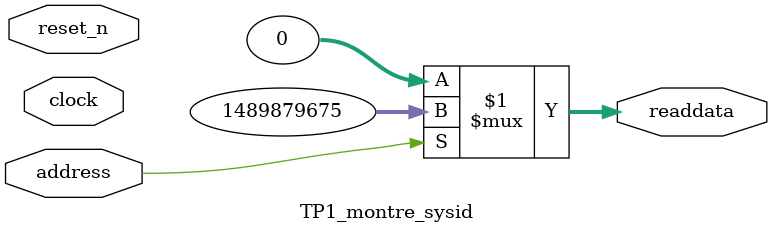
<source format=v>

`timescale 1ns / 1ps
// synthesis translate_on

// turn off superfluous verilog processor warnings 
// altera message_level Level1 
// altera message_off 10034 10035 10036 10037 10230 10240 10030 

module TP1_montre_sysid (
               // inputs:
                address,
                clock,
                reset_n,

               // outputs:
                readdata
             )
;

  output  [ 31: 0] readdata;
  input            address;
  input            clock;
  input            reset_n;

  wire    [ 31: 0] readdata;
  //control_slave, which is an e_avalon_slave
  assign readdata = address ? 1489879675 : 0;

endmodule




</source>
